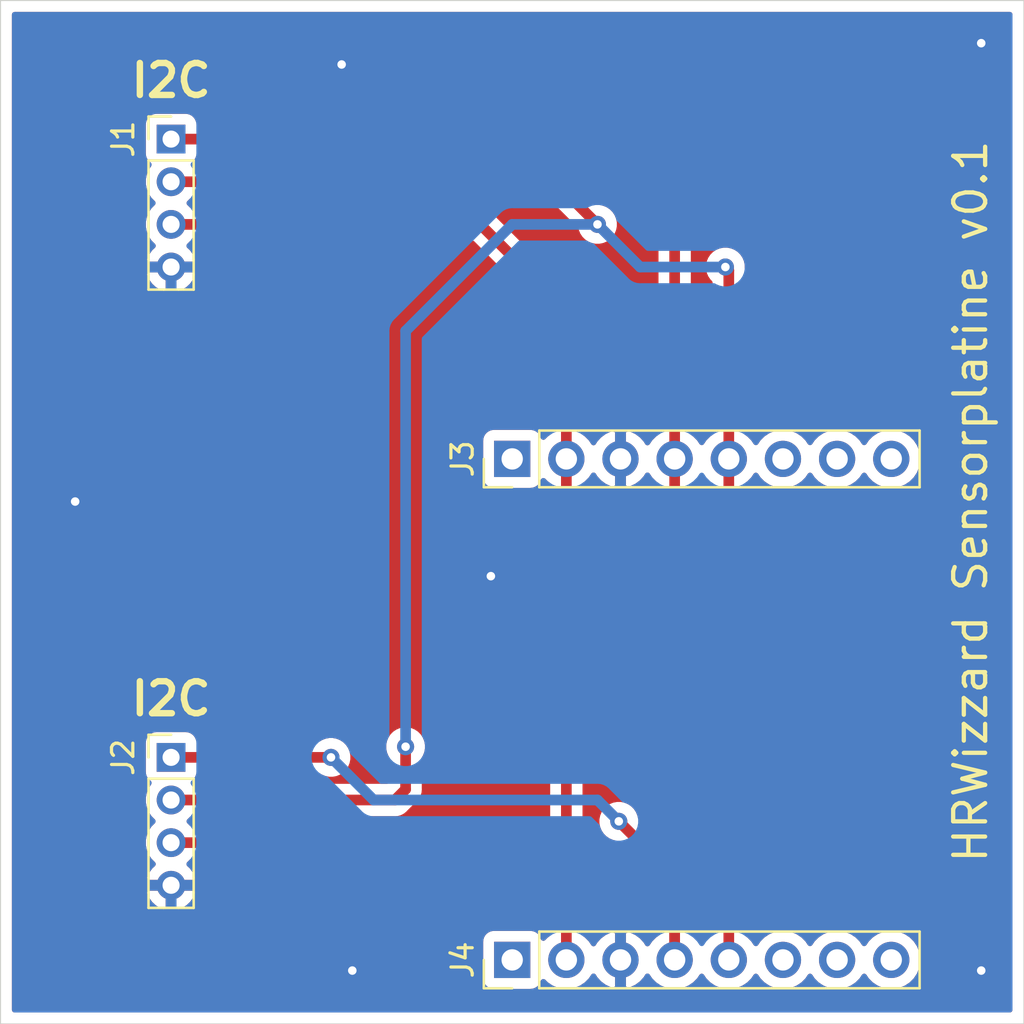
<source format=kicad_pcb>
(kicad_pcb (version 20171130) (host pcbnew "(5.1.10)-1")

  (general
    (thickness 1.6)
    (drawings 7)
    (tracks 45)
    (zones 0)
    (modules 4)
    (nets 5)
  )

  (page A4)
  (layers
    (0 F.Cu signal)
    (31 B.Cu signal)
    (32 B.Adhes user)
    (33 F.Adhes user)
    (34 B.Paste user)
    (35 F.Paste user)
    (36 B.SilkS user)
    (37 F.SilkS user)
    (38 B.Mask user)
    (39 F.Mask user)
    (40 Dwgs.User user)
    (41 Cmts.User user)
    (42 Eco1.User user)
    (43 Eco2.User user)
    (44 Edge.Cuts user)
    (45 Margin user)
    (46 B.CrtYd user)
    (47 F.CrtYd user)
    (48 B.Fab user)
    (49 F.Fab user)
  )

  (setup
    (last_trace_width 0.25)
    (user_trace_width 0.3)
    (user_trace_width 0.5)
    (trace_clearance 0.15)
    (zone_clearance 0.508)
    (zone_45_only no)
    (trace_min 0.2)
    (via_size 0.8)
    (via_drill 0.4)
    (via_min_size 0.4)
    (via_min_drill 0.3)
    (user_via 1 0.9)
    (uvia_size 0.3)
    (uvia_drill 0.1)
    (uvias_allowed no)
    (uvia_min_size 0.2)
    (uvia_min_drill 0.1)
    (edge_width 0.05)
    (segment_width 0.2)
    (pcb_text_width 0.3)
    (pcb_text_size 1.5 1.5)
    (mod_edge_width 0.12)
    (mod_text_size 1 1)
    (mod_text_width 0.15)
    (pad_size 1.524 1.524)
    (pad_drill 0.762)
    (pad_to_mask_clearance 0)
    (aux_axis_origin 0 0)
    (visible_elements 7FFFFFFF)
    (pcbplotparams
      (layerselection 0x010f0_ffffffff)
      (usegerberextensions false)
      (usegerberattributes true)
      (usegerberadvancedattributes true)
      (creategerberjobfile true)
      (excludeedgelayer true)
      (linewidth 0.100000)
      (plotframeref true)
      (viasonmask false)
      (mode 1)
      (useauxorigin false)
      (hpglpennumber 1)
      (hpglpenspeed 20)
      (hpglpendiameter 15.000000)
      (psnegative false)
      (psa4output false)
      (plotreference true)
      (plotvalue false)
      (plotinvisibletext false)
      (padsonsilk false)
      (subtractmaskfromsilk false)
      (outputformat 1)
      (mirror false)
      (drillshape 0)
      (scaleselection 1)
      (outputdirectory "gerber/"))
  )

  (net 0 "")
  (net 1 GND)
  (net 2 +3V3)
  (net 3 SDA)
  (net 4 SCL)

  (net_class Default "This is the default net class."
    (clearance 0.15)
    (trace_width 0.25)
    (via_dia 0.8)
    (via_drill 0.4)
    (uvia_dia 0.3)
    (uvia_drill 0.1)
    (add_net +3V3)
    (add_net GND)
    (add_net SCL)
    (add_net SDA)
  )

  (module Connector_PinHeader_2.54mm:PinHeader_1x08_P2.54mm_Vertical (layer F.Cu) (tedit 59FED5CC) (tstamp 617C0A8A)
    (at 137 113 90)
    (descr "Through hole straight pin header, 1x08, 2.54mm pitch, single row")
    (tags "Through hole pin header THT 1x08 2.54mm single row")
    (path /617DD905)
    (fp_text reference J4 (at 0 -2.33 90) (layer F.SilkS)
      (effects (font (size 1 1) (thickness 0.15)))
    )
    (fp_text value Conn_01x08_Female (at 2.75 12 180) (layer F.Fab)
      (effects (font (size 1 1) (thickness 0.15)))
    )
    (fp_line (start 1.8 -1.8) (end -1.8 -1.8) (layer F.CrtYd) (width 0.05))
    (fp_line (start 1.8 19.55) (end 1.8 -1.8) (layer F.CrtYd) (width 0.05))
    (fp_line (start -1.8 19.55) (end 1.8 19.55) (layer F.CrtYd) (width 0.05))
    (fp_line (start -1.8 -1.8) (end -1.8 19.55) (layer F.CrtYd) (width 0.05))
    (fp_line (start -1.33 -1.33) (end 0 -1.33) (layer F.SilkS) (width 0.12))
    (fp_line (start -1.33 0) (end -1.33 -1.33) (layer F.SilkS) (width 0.12))
    (fp_line (start -1.33 1.27) (end 1.33 1.27) (layer F.SilkS) (width 0.12))
    (fp_line (start 1.33 1.27) (end 1.33 19.11) (layer F.SilkS) (width 0.12))
    (fp_line (start -1.33 1.27) (end -1.33 19.11) (layer F.SilkS) (width 0.12))
    (fp_line (start -1.33 19.11) (end 1.33 19.11) (layer F.SilkS) (width 0.12))
    (fp_line (start -1.27 -0.635) (end -0.635 -1.27) (layer F.Fab) (width 0.1))
    (fp_line (start -1.27 19.05) (end -1.27 -0.635) (layer F.Fab) (width 0.1))
    (fp_line (start 1.27 19.05) (end -1.27 19.05) (layer F.Fab) (width 0.1))
    (fp_line (start 1.27 -1.27) (end 1.27 19.05) (layer F.Fab) (width 0.1))
    (fp_line (start -0.635 -1.27) (end 1.27 -1.27) (layer F.Fab) (width 0.1))
    (fp_text user %R (at 0 8.89) (layer F.Fab)
      (effects (font (size 1 1) (thickness 0.15)))
    )
    (pad 8 thru_hole oval (at 0 17.78 90) (size 1.7 1.7) (drill 1) (layers *.Cu *.Mask))
    (pad 7 thru_hole oval (at 0 15.24 90) (size 1.7 1.7) (drill 1) (layers *.Cu *.Mask))
    (pad 6 thru_hole oval (at 0 12.7 90) (size 1.7 1.7) (drill 1) (layers *.Cu *.Mask))
    (pad 5 thru_hole oval (at 0 10.16 90) (size 1.7 1.7) (drill 1) (layers *.Cu *.Mask)
      (net 3 SDA))
    (pad 4 thru_hole oval (at 0 7.62 90) (size 1.7 1.7) (drill 1) (layers *.Cu *.Mask)
      (net 4 SCL))
    (pad 3 thru_hole oval (at 0 5.08 90) (size 1.7 1.7) (drill 1) (layers *.Cu *.Mask)
      (net 1 GND))
    (pad 2 thru_hole oval (at 0 2.54 90) (size 1.7 1.7) (drill 1) (layers *.Cu *.Mask)
      (net 2 +3V3))
    (pad 1 thru_hole rect (at 0 0 90) (size 1.7 1.7) (drill 1) (layers *.Cu *.Mask))
    (model ${KISYS3DMOD}/Connector_PinHeader_2.54mm.3dshapes/PinHeader_1x08_P2.54mm_Vertical.wrl
      (at (xyz 0 0 0))
      (scale (xyz 1 1 1))
      (rotate (xyz 0 0 0))
    )
  )

  (module Connector_PinHeader_2.54mm:PinHeader_1x08_P2.54mm_Vertical (layer F.Cu) (tedit 59FED5CC) (tstamp 617C0A6E)
    (at 137 89.5 90)
    (descr "Through hole straight pin header, 1x08, 2.54mm pitch, single row")
    (tags "Through hole pin header THT 1x08 2.54mm single row")
    (path /617DBB4E)
    (fp_text reference J3 (at 0 -2.33 90) (layer F.SilkS)
      (effects (font (size 1 1) (thickness 0.15)))
    )
    (fp_text value Conn_01x08_Female (at 2.75 12 180) (layer F.Fab)
      (effects (font (size 1 1) (thickness 0.15)))
    )
    (fp_line (start 1.8 -1.8) (end -1.8 -1.8) (layer F.CrtYd) (width 0.05))
    (fp_line (start 1.8 19.55) (end 1.8 -1.8) (layer F.CrtYd) (width 0.05))
    (fp_line (start -1.8 19.55) (end 1.8 19.55) (layer F.CrtYd) (width 0.05))
    (fp_line (start -1.8 -1.8) (end -1.8 19.55) (layer F.CrtYd) (width 0.05))
    (fp_line (start -1.33 -1.33) (end 0 -1.33) (layer F.SilkS) (width 0.12))
    (fp_line (start -1.33 0) (end -1.33 -1.33) (layer F.SilkS) (width 0.12))
    (fp_line (start -1.33 1.27) (end 1.33 1.27) (layer F.SilkS) (width 0.12))
    (fp_line (start 1.33 1.27) (end 1.33 19.11) (layer F.SilkS) (width 0.12))
    (fp_line (start -1.33 1.27) (end -1.33 19.11) (layer F.SilkS) (width 0.12))
    (fp_line (start -1.33 19.11) (end 1.33 19.11) (layer F.SilkS) (width 0.12))
    (fp_line (start -1.27 -0.635) (end -0.635 -1.27) (layer F.Fab) (width 0.1))
    (fp_line (start -1.27 19.05) (end -1.27 -0.635) (layer F.Fab) (width 0.1))
    (fp_line (start 1.27 19.05) (end -1.27 19.05) (layer F.Fab) (width 0.1))
    (fp_line (start 1.27 -1.27) (end 1.27 19.05) (layer F.Fab) (width 0.1))
    (fp_line (start -0.635 -1.27) (end 1.27 -1.27) (layer F.Fab) (width 0.1))
    (fp_text user %R (at 0 8.89) (layer F.Fab)
      (effects (font (size 1 1) (thickness 0.15)))
    )
    (pad 8 thru_hole oval (at 0 17.78 90) (size 1.7 1.7) (drill 1) (layers *.Cu *.Mask))
    (pad 7 thru_hole oval (at 0 15.24 90) (size 1.7 1.7) (drill 1) (layers *.Cu *.Mask))
    (pad 6 thru_hole oval (at 0 12.7 90) (size 1.7 1.7) (drill 1) (layers *.Cu *.Mask))
    (pad 5 thru_hole oval (at 0 10.16 90) (size 1.7 1.7) (drill 1) (layers *.Cu *.Mask)
      (net 3 SDA))
    (pad 4 thru_hole oval (at 0 7.62 90) (size 1.7 1.7) (drill 1) (layers *.Cu *.Mask)
      (net 4 SCL))
    (pad 3 thru_hole oval (at 0 5.08 90) (size 1.7 1.7) (drill 1) (layers *.Cu *.Mask)
      (net 1 GND))
    (pad 2 thru_hole oval (at 0 2.54 90) (size 1.7 1.7) (drill 1) (layers *.Cu *.Mask)
      (net 2 +3V3))
    (pad 1 thru_hole rect (at 0 0 90) (size 1.7 1.7) (drill 1) (layers *.Cu *.Mask))
    (model ${KISYS3DMOD}/Connector_PinHeader_2.54mm.3dshapes/PinHeader_1x08_P2.54mm_Vertical.wrl
      (at (xyz 0 0 0))
      (scale (xyz 1 1 1))
      (rotate (xyz 0 0 0))
    )
  )

  (module Connector_PinHeader_2.00mm:PinHeader_1x04_P2.00mm_Vertical (layer F.Cu) (tedit 59FED667) (tstamp 61647E2A)
    (at 121 103.5)
    (descr "Through hole straight pin header, 1x04, 2.00mm pitch, single row")
    (tags "Through hole pin header THT 1x04 2.00mm single row")
    (path /616C45F3)
    (fp_text reference J2 (at -2.25 0 90) (layer F.SilkS)
      (effects (font (size 1 1) (thickness 0.15)))
    )
    (fp_text value Conn_01x04_Male (at 2.5 5.25 90) (layer F.Fab)
      (effects (font (size 1 1) (thickness 0.15)))
    )
    (fp_line (start 1.5 -1.5) (end -1.5 -1.5) (layer F.CrtYd) (width 0.05))
    (fp_line (start 1.5 7.5) (end 1.5 -1.5) (layer F.CrtYd) (width 0.05))
    (fp_line (start -1.5 7.5) (end 1.5 7.5) (layer F.CrtYd) (width 0.05))
    (fp_line (start -1.5 -1.5) (end -1.5 7.5) (layer F.CrtYd) (width 0.05))
    (fp_line (start -1.06 -1.06) (end 0 -1.06) (layer F.SilkS) (width 0.12))
    (fp_line (start -1.06 0) (end -1.06 -1.06) (layer F.SilkS) (width 0.12))
    (fp_line (start -1.06 1) (end 1.06 1) (layer F.SilkS) (width 0.12))
    (fp_line (start 1.06 1) (end 1.06 7.06) (layer F.SilkS) (width 0.12))
    (fp_line (start -1.06 1) (end -1.06 7.06) (layer F.SilkS) (width 0.12))
    (fp_line (start -1.06 7.06) (end 1.06 7.06) (layer F.SilkS) (width 0.12))
    (fp_line (start -1 -0.5) (end -0.5 -1) (layer F.Fab) (width 0.1))
    (fp_line (start -1 7) (end -1 -0.5) (layer F.Fab) (width 0.1))
    (fp_line (start 1 7) (end -1 7) (layer F.Fab) (width 0.1))
    (fp_line (start 1 -1) (end 1 7) (layer F.Fab) (width 0.1))
    (fp_line (start -0.5 -1) (end 1 -1) (layer F.Fab) (width 0.1))
    (fp_text user %R (at 0 3 90) (layer F.Fab)
      (effects (font (size 1 1) (thickness 0.15)))
    )
    (pad 4 thru_hole oval (at 0 6) (size 1.35 1.35) (drill 0.8) (layers *.Cu *.Mask)
      (net 1 GND))
    (pad 3 thru_hole oval (at 0 4) (size 1.35 1.35) (drill 0.8) (layers *.Cu *.Mask)
      (net 2 +3V3))
    (pad 2 thru_hole oval (at 0 2) (size 1.35 1.35) (drill 0.8) (layers *.Cu *.Mask)
      (net 3 SDA))
    (pad 1 thru_hole rect (at 0 0) (size 1.35 1.35) (drill 0.8) (layers *.Cu *.Mask)
      (net 4 SCL))
    (model ${KISYS3DMOD}/Connector_PinHeader_2.00mm.3dshapes/PinHeader_1x04_P2.00mm_Vertical.wrl
      (at (xyz 0 0 0))
      (scale (xyz 1 1 1))
      (rotate (xyz 0 0 0))
    )
  )

  (module Connector_PinHeader_2.00mm:PinHeader_1x04_P2.00mm_Vertical (layer F.Cu) (tedit 59FED667) (tstamp 61647D9D)
    (at 121 74.5)
    (descr "Through hole straight pin header, 1x04, 2.00mm pitch, single row")
    (tags "Through hole pin header THT 1x04 2.00mm single row")
    (path /6164BDB7)
    (fp_text reference J1 (at -2.25 0 90) (layer F.SilkS)
      (effects (font (size 1 1) (thickness 0.15)))
    )
    (fp_text value Conn_01x04_Male (at 2.5 5.25 90) (layer F.Fab)
      (effects (font (size 1 1) (thickness 0.15)))
    )
    (fp_line (start 1.5 -1.5) (end -1.5 -1.5) (layer F.CrtYd) (width 0.05))
    (fp_line (start 1.5 7.5) (end 1.5 -1.5) (layer F.CrtYd) (width 0.05))
    (fp_line (start -1.5 7.5) (end 1.5 7.5) (layer F.CrtYd) (width 0.05))
    (fp_line (start -1.5 -1.5) (end -1.5 7.5) (layer F.CrtYd) (width 0.05))
    (fp_line (start -1.06 -1.06) (end 0 -1.06) (layer F.SilkS) (width 0.12))
    (fp_line (start -1.06 0) (end -1.06 -1.06) (layer F.SilkS) (width 0.12))
    (fp_line (start -1.06 1) (end 1.06 1) (layer F.SilkS) (width 0.12))
    (fp_line (start 1.06 1) (end 1.06 7.06) (layer F.SilkS) (width 0.12))
    (fp_line (start -1.06 1) (end -1.06 7.06) (layer F.SilkS) (width 0.12))
    (fp_line (start -1.06 7.06) (end 1.06 7.06) (layer F.SilkS) (width 0.12))
    (fp_line (start -1 -0.5) (end -0.5 -1) (layer F.Fab) (width 0.1))
    (fp_line (start -1 7) (end -1 -0.5) (layer F.Fab) (width 0.1))
    (fp_line (start 1 7) (end -1 7) (layer F.Fab) (width 0.1))
    (fp_line (start 1 -1) (end 1 7) (layer F.Fab) (width 0.1))
    (fp_line (start -0.5 -1) (end 1 -1) (layer F.Fab) (width 0.1))
    (fp_text user %R (at 0 3 90) (layer F.Fab)
      (effects (font (size 1 1) (thickness 0.15)))
    )
    (pad 4 thru_hole oval (at 0 6) (size 1.35 1.35) (drill 0.8) (layers *.Cu *.Mask)
      (net 1 GND))
    (pad 3 thru_hole oval (at 0 4) (size 1.35 1.35) (drill 0.8) (layers *.Cu *.Mask)
      (net 2 +3V3))
    (pad 2 thru_hole oval (at 0 2) (size 1.35 1.35) (drill 0.8) (layers *.Cu *.Mask)
      (net 3 SDA))
    (pad 1 thru_hole rect (at 0 0) (size 1.35 1.35) (drill 0.8) (layers *.Cu *.Mask)
      (net 4 SCL))
    (model ${KISYS3DMOD}/Connector_PinHeader_2.00mm.3dshapes/PinHeader_1x04_P2.00mm_Vertical.wrl
      (at (xyz 0 0 0))
      (scale (xyz 1 1 1))
      (rotate (xyz 0 0 0))
    )
  )

  (gr_text "HRWizzard Sensorplatine v0.1" (at 158.5 91.5 90) (layer F.SilkS)
    (effects (font (size 1.5 1.5) (thickness 0.2)))
  )
  (gr_text I2C (at 121 100.75) (layer F.SilkS) (tstamp 617C0EE4)
    (effects (font (size 1.5 1.5) (thickness 0.3)))
  )
  (gr_text I2C (at 121 71.75) (layer F.SilkS)
    (effects (font (size 1.5 1.5) (thickness 0.3)))
  )
  (gr_line (start 161 68) (end 161 116) (layer Edge.Cuts) (width 0.05) (tstamp 616EE539))
  (gr_line (start 113 68) (end 161 68) (layer Edge.Cuts) (width 0.05))
  (gr_line (start 113 116) (end 113 68) (layer Edge.Cuts) (width 0.05))
  (gr_line (start 161 116) (end 113 116) (layer Edge.Cuts) (width 0.05))

  (via (at 159 70) (size 0.8) (drill 0.4) (layers F.Cu B.Cu) (net 1))
  (via (at 159 113.5) (size 0.8) (drill 0.4) (layers F.Cu B.Cu) (net 1))
  (via (at 129.5 113.5) (size 0.8) (drill 0.4) (layers F.Cu B.Cu) (net 1))
  (via (at 116.5 91.5) (size 0.8) (drill 0.4) (layers F.Cu B.Cu) (net 1))
  (via (at 129 71) (size 0.8) (drill 0.4) (layers F.Cu B.Cu) (net 1))
  (via (at 136 95) (size 0.8) (drill 0.4) (layers F.Cu B.Cu) (net 1))
  (segment (start 137.5 107.5) (end 139.54 109.54) (width 0.5) (layer F.Cu) (net 2))
  (segment (start 123.85 107.5) (end 137.5 107.5) (width 0.5) (layer F.Cu) (net 2))
  (segment (start 139.54 109.54) (end 139.54 113) (width 0.5) (layer F.Cu) (net 2))
  (segment (start 123.85 78.5) (end 121 78.5) (width 0.5) (layer F.Cu) (net 2))
  (segment (start 135.5 78.5) (end 123.85 78.5) (width 0.5) (layer F.Cu) (net 2))
  (segment (start 139.54 82.54) (end 135.5 78.5) (width 0.5) (layer F.Cu) (net 2))
  (segment (start 139.54 109.54) (end 139.54 82.54) (width 0.5) (layer F.Cu) (net 2))
  (segment (start 123.85 107.5) (end 121 107.5) (width 0.5) (layer F.Cu) (net 2))
  (via (at 141 78.5) (size 0.8) (drill 0.4) (layers F.Cu B.Cu) (net 3) (status 1000000))
  (segment (start 139 76.5) (end 141 78.5) (width 0.5) (layer F.Cu) (net 3))
  (segment (start 123.85 76.5) (end 139 76.5) (width 0.5) (layer F.Cu) (net 3))
  (via (at 147 80.5) (size 0.8) (drill 0.4) (layers F.Cu B.Cu) (net 3))
  (segment (start 143 80.5) (end 147 80.5) (width 0.5) (layer B.Cu) (net 3))
  (segment (start 141 78.5) (end 143 80.5) (width 0.5) (layer B.Cu) (net 3))
  (segment (start 147.16 80.66) (end 147 80.5) (width 0.5) (layer F.Cu) (net 3))
  (segment (start 147.16 87.5) (end 147.16 80.66) (width 0.5) (layer F.Cu) (net 3))
  (segment (start 147.16 87.5) (end 147.16 113) (width 0.5) (layer F.Cu) (net 3))
  (segment (start 141 78.5) (end 137 78.5) (width 0.5) (layer B.Cu) (net 3))
  (via (at 132 103) (size 0.8) (drill 0.4) (layers F.Cu B.Cu) (net 3))
  (segment (start 132 83.5) (end 132 103) (width 0.5) (layer B.Cu) (net 3))
  (segment (start 137 78.5) (end 132 83.5) (width 0.5) (layer B.Cu) (net 3))
  (segment (start 132 103) (end 132 105) (width 0.5) (layer F.Cu) (net 3))
  (segment (start 131.5 105.5) (end 132 105) (width 0.5) (layer F.Cu) (net 3))
  (segment (start 123.85 105.5) (end 131.5 105.5) (width 0.5) (layer F.Cu) (net 3))
  (segment (start 123.85 76.5) (end 121 76.5) (width 0.5) (layer F.Cu) (net 3))
  (segment (start 123.85 105.5) (end 121 105.5) (width 0.5) (layer F.Cu) (net 3))
  (segment (start 144.62 113) (end 144.62 109.12) (width 0.5) (layer F.Cu) (net 4))
  (via (at 142 106.5) (size 0.8) (drill 0.4) (layers F.Cu B.Cu) (net 4))
  (segment (start 144.62 109.12) (end 142 106.5) (width 0.5) (layer F.Cu) (net 4))
  (segment (start 142 106.5) (end 141 105.5) (width 0.5) (layer B.Cu) (net 4))
  (via (at 128.5 103.5) (size 0.8) (drill 0.4) (layers F.Cu B.Cu) (net 4))
  (segment (start 130.5 105.5) (end 128.5 103.5) (width 0.5) (layer B.Cu) (net 4))
  (segment (start 141 105.5) (end 130.5 105.5) (width 0.5) (layer B.Cu) (net 4))
  (segment (start 128.5 103.5) (end 123.85 103.5) (width 0.5) (layer F.Cu) (net 4))
  (segment (start 123.85 74.5) (end 121 74.5) (width 0.5) (layer F.Cu) (net 4))
  (segment (start 144.62 78.62) (end 140.5 74.5) (width 0.5) (layer F.Cu) (net 4))
  (segment (start 140.5 74.5) (end 123.85 74.5) (width 0.5) (layer F.Cu) (net 4))
  (segment (start 144.62 113) (end 144.62 78.62) (width 0.5) (layer F.Cu) (net 4))
  (segment (start 123.85 103.5) (end 121 103.5) (width 0.5) (layer F.Cu) (net 4))

  (zone (net 1) (net_name GND) (layer B.Cu) (tstamp 618E322D) (hatch edge 0.508)
    (connect_pads (clearance 0.508))
    (min_thickness 0.254)
    (fill yes (arc_segments 32) (thermal_gap 0.508) (thermal_bridge_width 0.508))
    (polygon
      (pts
        (xy 161 116) (xy 113 116) (xy 113 68) (xy 161 68)
      )
    )
    (filled_polygon
      (pts
        (xy 160.340001 115.34) (xy 113.66 115.34) (xy 113.66 112.15) (xy 135.511928 112.15) (xy 135.511928 113.85)
        (xy 135.524188 113.974482) (xy 135.560498 114.09418) (xy 135.619463 114.204494) (xy 135.698815 114.301185) (xy 135.795506 114.380537)
        (xy 135.90582 114.439502) (xy 136.025518 114.475812) (xy 136.15 114.488072) (xy 137.85 114.488072) (xy 137.974482 114.475812)
        (xy 138.09418 114.439502) (xy 138.204494 114.380537) (xy 138.301185 114.301185) (xy 138.380537 114.204494) (xy 138.439502 114.09418)
        (xy 138.461513 114.02162) (xy 138.593368 114.153475) (xy 138.836589 114.31599) (xy 139.106842 114.427932) (xy 139.39374 114.485)
        (xy 139.68626 114.485) (xy 139.973158 114.427932) (xy 140.243411 114.31599) (xy 140.486632 114.153475) (xy 140.693475 113.946632)
        (xy 140.815195 113.764466) (xy 140.884822 113.881355) (xy 141.079731 114.097588) (xy 141.31308 114.271641) (xy 141.575901 114.396825)
        (xy 141.72311 114.441476) (xy 141.953 114.320155) (xy 141.953 113.127) (xy 141.933 113.127) (xy 141.933 112.873)
        (xy 141.953 112.873) (xy 141.953 111.679845) (xy 142.207 111.679845) (xy 142.207 112.873) (xy 142.227 112.873)
        (xy 142.227 113.127) (xy 142.207 113.127) (xy 142.207 114.320155) (xy 142.43689 114.441476) (xy 142.584099 114.396825)
        (xy 142.84692 114.271641) (xy 143.080269 114.097588) (xy 143.275178 113.881355) (xy 143.344805 113.764466) (xy 143.466525 113.946632)
        (xy 143.673368 114.153475) (xy 143.916589 114.31599) (xy 144.186842 114.427932) (xy 144.47374 114.485) (xy 144.76626 114.485)
        (xy 145.053158 114.427932) (xy 145.323411 114.31599) (xy 145.566632 114.153475) (xy 145.773475 113.946632) (xy 145.89 113.77224)
        (xy 146.006525 113.946632) (xy 146.213368 114.153475) (xy 146.456589 114.31599) (xy 146.726842 114.427932) (xy 147.01374 114.485)
        (xy 147.30626 114.485) (xy 147.593158 114.427932) (xy 147.863411 114.31599) (xy 148.106632 114.153475) (xy 148.313475 113.946632)
        (xy 148.43 113.77224) (xy 148.546525 113.946632) (xy 148.753368 114.153475) (xy 148.996589 114.31599) (xy 149.266842 114.427932)
        (xy 149.55374 114.485) (xy 149.84626 114.485) (xy 150.133158 114.427932) (xy 150.403411 114.31599) (xy 150.646632 114.153475)
        (xy 150.853475 113.946632) (xy 150.97 113.77224) (xy 151.086525 113.946632) (xy 151.293368 114.153475) (xy 151.536589 114.31599)
        (xy 151.806842 114.427932) (xy 152.09374 114.485) (xy 152.38626 114.485) (xy 152.673158 114.427932) (xy 152.943411 114.31599)
        (xy 153.186632 114.153475) (xy 153.393475 113.946632) (xy 153.51 113.77224) (xy 153.626525 113.946632) (xy 153.833368 114.153475)
        (xy 154.076589 114.31599) (xy 154.346842 114.427932) (xy 154.63374 114.485) (xy 154.92626 114.485) (xy 155.213158 114.427932)
        (xy 155.483411 114.31599) (xy 155.726632 114.153475) (xy 155.933475 113.946632) (xy 156.09599 113.703411) (xy 156.207932 113.433158)
        (xy 156.265 113.14626) (xy 156.265 112.85374) (xy 156.207932 112.566842) (xy 156.09599 112.296589) (xy 155.933475 112.053368)
        (xy 155.726632 111.846525) (xy 155.483411 111.68401) (xy 155.213158 111.572068) (xy 154.92626 111.515) (xy 154.63374 111.515)
        (xy 154.346842 111.572068) (xy 154.076589 111.68401) (xy 153.833368 111.846525) (xy 153.626525 112.053368) (xy 153.51 112.22776)
        (xy 153.393475 112.053368) (xy 153.186632 111.846525) (xy 152.943411 111.68401) (xy 152.673158 111.572068) (xy 152.38626 111.515)
        (xy 152.09374 111.515) (xy 151.806842 111.572068) (xy 151.536589 111.68401) (xy 151.293368 111.846525) (xy 151.086525 112.053368)
        (xy 150.97 112.22776) (xy 150.853475 112.053368) (xy 150.646632 111.846525) (xy 150.403411 111.68401) (xy 150.133158 111.572068)
        (xy 149.84626 111.515) (xy 149.55374 111.515) (xy 149.266842 111.572068) (xy 148.996589 111.68401) (xy 148.753368 111.846525)
        (xy 148.546525 112.053368) (xy 148.43 112.22776) (xy 148.313475 112.053368) (xy 148.106632 111.846525) (xy 147.863411 111.68401)
        (xy 147.593158 111.572068) (xy 147.30626 111.515) (xy 147.01374 111.515) (xy 146.726842 111.572068) (xy 146.456589 111.68401)
        (xy 146.213368 111.846525) (xy 146.006525 112.053368) (xy 145.89 112.22776) (xy 145.773475 112.053368) (xy 145.566632 111.846525)
        (xy 145.323411 111.68401) (xy 145.053158 111.572068) (xy 144.76626 111.515) (xy 144.47374 111.515) (xy 144.186842 111.572068)
        (xy 143.916589 111.68401) (xy 143.673368 111.846525) (xy 143.466525 112.053368) (xy 143.344805 112.235534) (xy 143.275178 112.118645)
        (xy 143.080269 111.902412) (xy 142.84692 111.728359) (xy 142.584099 111.603175) (xy 142.43689 111.558524) (xy 142.207 111.679845)
        (xy 141.953 111.679845) (xy 141.72311 111.558524) (xy 141.575901 111.603175) (xy 141.31308 111.728359) (xy 141.079731 111.902412)
        (xy 140.884822 112.118645) (xy 140.815195 112.235534) (xy 140.693475 112.053368) (xy 140.486632 111.846525) (xy 140.243411 111.68401)
        (xy 139.973158 111.572068) (xy 139.68626 111.515) (xy 139.39374 111.515) (xy 139.106842 111.572068) (xy 138.836589 111.68401)
        (xy 138.593368 111.846525) (xy 138.461513 111.97838) (xy 138.439502 111.90582) (xy 138.380537 111.795506) (xy 138.301185 111.698815)
        (xy 138.204494 111.619463) (xy 138.09418 111.560498) (xy 137.974482 111.524188) (xy 137.85 111.511928) (xy 136.15 111.511928)
        (xy 136.025518 111.524188) (xy 135.90582 111.560498) (xy 135.795506 111.619463) (xy 135.698815 111.698815) (xy 135.619463 111.795506)
        (xy 135.560498 111.90582) (xy 135.524188 112.025518) (xy 135.511928 112.15) (xy 113.66 112.15) (xy 113.66 109.8294)
        (xy 119.73209 109.8294) (xy 119.762762 109.930528) (xy 119.870527 110.163629) (xy 120.021697 110.371227) (xy 120.210463 110.545344)
        (xy 120.42957 110.679289) (xy 120.670599 110.767915) (xy 120.873 110.645085) (xy 120.873 109.627) (xy 121.127 109.627)
        (xy 121.127 110.645085) (xy 121.329401 110.767915) (xy 121.57043 110.679289) (xy 121.789537 110.545344) (xy 121.978303 110.371227)
        (xy 122.129473 110.163629) (xy 122.237238 109.930528) (xy 122.26791 109.8294) (xy 122.144224 109.627) (xy 121.127 109.627)
        (xy 120.873 109.627) (xy 119.855776 109.627) (xy 119.73209 109.8294) (xy 113.66 109.8294) (xy 113.66 102.825)
        (xy 119.686928 102.825) (xy 119.686928 104.175) (xy 119.699188 104.299482) (xy 119.735498 104.41918) (xy 119.794463 104.529494)
        (xy 119.873815 104.626185) (xy 119.960697 104.697487) (xy 119.839093 104.879482) (xy 119.740342 105.117887) (xy 119.69 105.370976)
        (xy 119.69 105.629024) (xy 119.740342 105.882113) (xy 119.839093 106.120518) (xy 119.982456 106.335077) (xy 120.147379 106.5)
        (xy 119.982456 106.664923) (xy 119.839093 106.879482) (xy 119.740342 107.117887) (xy 119.69 107.370976) (xy 119.69 107.629024)
        (xy 119.740342 107.882113) (xy 119.839093 108.120518) (xy 119.982456 108.335077) (xy 120.15406 108.506681) (xy 120.021697 108.628773)
        (xy 119.870527 108.836371) (xy 119.762762 109.069472) (xy 119.73209 109.1706) (xy 119.855776 109.373) (xy 120.873 109.373)
        (xy 120.873 109.353) (xy 121.127 109.353) (xy 121.127 109.373) (xy 122.144224 109.373) (xy 122.26791 109.1706)
        (xy 122.237238 109.069472) (xy 122.129473 108.836371) (xy 121.978303 108.628773) (xy 121.84594 108.506681) (xy 122.017544 108.335077)
        (xy 122.160907 108.120518) (xy 122.259658 107.882113) (xy 122.31 107.629024) (xy 122.31 107.370976) (xy 122.259658 107.117887)
        (xy 122.160907 106.879482) (xy 122.017544 106.664923) (xy 121.852621 106.5) (xy 122.017544 106.335077) (xy 122.160907 106.120518)
        (xy 122.259658 105.882113) (xy 122.31 105.629024) (xy 122.31 105.370976) (xy 122.259658 105.117887) (xy 122.160907 104.879482)
        (xy 122.039303 104.697487) (xy 122.126185 104.626185) (xy 122.205537 104.529494) (xy 122.264502 104.41918) (xy 122.300812 104.299482)
        (xy 122.313072 104.175) (xy 122.313072 103.398061) (xy 127.465 103.398061) (xy 127.465 103.601939) (xy 127.504774 103.801898)
        (xy 127.582795 103.990256) (xy 127.696063 104.159774) (xy 127.840226 104.303937) (xy 128.009744 104.417205) (xy 128.198102 104.495226)
        (xy 128.254957 104.506535) (xy 129.84347 106.095049) (xy 129.871183 106.128817) (xy 129.904951 106.15653) (xy 129.904953 106.156532)
        (xy 129.945734 106.19) (xy 130.005941 106.239411) (xy 130.159687 106.321589) (xy 130.32651 106.372195) (xy 130.456523 106.385)
        (xy 130.456533 106.385) (xy 130.499999 106.389281) (xy 130.543465 106.385) (xy 140.633422 106.385) (xy 140.993465 106.745044)
        (xy 141.004774 106.801898) (xy 141.082795 106.990256) (xy 141.196063 107.159774) (xy 141.340226 107.303937) (xy 141.509744 107.417205)
        (xy 141.698102 107.495226) (xy 141.898061 107.535) (xy 142.101939 107.535) (xy 142.301898 107.495226) (xy 142.490256 107.417205)
        (xy 142.659774 107.303937) (xy 142.803937 107.159774) (xy 142.917205 106.990256) (xy 142.995226 106.801898) (xy 143.035 106.601939)
        (xy 143.035 106.398061) (xy 142.995226 106.198102) (xy 142.917205 106.009744) (xy 142.803937 105.840226) (xy 142.659774 105.696063)
        (xy 142.490256 105.582795) (xy 142.301898 105.504774) (xy 142.245044 105.493465) (xy 141.656534 104.904956) (xy 141.628817 104.871183)
        (xy 141.494059 104.760589) (xy 141.340313 104.678411) (xy 141.17349 104.627805) (xy 141.043477 104.615) (xy 141.043469 104.615)
        (xy 141 104.610719) (xy 140.956531 104.615) (xy 130.866579 104.615) (xy 129.506535 103.254957) (xy 129.495226 103.198102)
        (xy 129.417205 103.009744) (xy 129.342582 102.898061) (xy 130.965 102.898061) (xy 130.965 103.101939) (xy 131.004774 103.301898)
        (xy 131.082795 103.490256) (xy 131.196063 103.659774) (xy 131.340226 103.803937) (xy 131.509744 103.917205) (xy 131.698102 103.995226)
        (xy 131.898061 104.035) (xy 132.101939 104.035) (xy 132.301898 103.995226) (xy 132.490256 103.917205) (xy 132.659774 103.803937)
        (xy 132.803937 103.659774) (xy 132.917205 103.490256) (xy 132.995226 103.301898) (xy 133.035 103.101939) (xy 133.035 102.898061)
        (xy 132.995226 102.698102) (xy 132.917205 102.509744) (xy 132.885 102.461546) (xy 132.885 88.65) (xy 135.511928 88.65)
        (xy 135.511928 90.35) (xy 135.524188 90.474482) (xy 135.560498 90.59418) (xy 135.619463 90.704494) (xy 135.698815 90.801185)
        (xy 135.795506 90.880537) (xy 135.90582 90.939502) (xy 136.025518 90.975812) (xy 136.15 90.988072) (xy 137.85 90.988072)
        (xy 137.974482 90.975812) (xy 138.09418 90.939502) (xy 138.204494 90.880537) (xy 138.301185 90.801185) (xy 138.380537 90.704494)
        (xy 138.439502 90.59418) (xy 138.461513 90.52162) (xy 138.593368 90.653475) (xy 138.836589 90.81599) (xy 139.106842 90.927932)
        (xy 139.39374 90.985) (xy 139.68626 90.985) (xy 139.973158 90.927932) (xy 140.243411 90.81599) (xy 140.486632 90.653475)
        (xy 140.693475 90.446632) (xy 140.815195 90.264466) (xy 140.884822 90.381355) (xy 141.079731 90.597588) (xy 141.31308 90.771641)
        (xy 141.575901 90.896825) (xy 141.72311 90.941476) (xy 141.953 90.820155) (xy 141.953 89.627) (xy 141.933 89.627)
        (xy 141.933 89.373) (xy 141.953 89.373) (xy 141.953 88.179845) (xy 142.207 88.179845) (xy 142.207 89.373)
        (xy 142.227 89.373) (xy 142.227 89.627) (xy 142.207 89.627) (xy 142.207 90.820155) (xy 142.43689 90.941476)
        (xy 142.584099 90.896825) (xy 142.84692 90.771641) (xy 143.080269 90.597588) (xy 143.275178 90.381355) (xy 143.344805 90.264466)
        (xy 143.466525 90.446632) (xy 143.673368 90.653475) (xy 143.916589 90.81599) (xy 144.186842 90.927932) (xy 144.47374 90.985)
        (xy 144.76626 90.985) (xy 145.053158 90.927932) (xy 145.323411 90.81599) (xy 145.566632 90.653475) (xy 145.773475 90.446632)
        (xy 145.89 90.27224) (xy 146.006525 90.446632) (xy 146.213368 90.653475) (xy 146.456589 90.81599) (xy 146.726842 90.927932)
        (xy 147.01374 90.985) (xy 147.30626 90.985) (xy 147.593158 90.927932) (xy 147.863411 90.81599) (xy 148.106632 90.653475)
        (xy 148.313475 90.446632) (xy 148.43 90.27224) (xy 148.546525 90.446632) (xy 148.753368 90.653475) (xy 148.996589 90.81599)
        (xy 149.266842 90.927932) (xy 149.55374 90.985) (xy 149.84626 90.985) (xy 150.133158 90.927932) (xy 150.403411 90.81599)
        (xy 150.646632 90.653475) (xy 150.853475 90.446632) (xy 150.97 90.27224) (xy 151.086525 90.446632) (xy 151.293368 90.653475)
        (xy 151.536589 90.81599) (xy 151.806842 90.927932) (xy 152.09374 90.985) (xy 152.38626 90.985) (xy 152.673158 90.927932)
        (xy 152.943411 90.81599) (xy 153.186632 90.653475) (xy 153.393475 90.446632) (xy 153.51 90.27224) (xy 153.626525 90.446632)
        (xy 153.833368 90.653475) (xy 154.076589 90.81599) (xy 154.346842 90.927932) (xy 154.63374 90.985) (xy 154.92626 90.985)
        (xy 155.213158 90.927932) (xy 155.483411 90.81599) (xy 155.726632 90.653475) (xy 155.933475 90.446632) (xy 156.09599 90.203411)
        (xy 156.207932 89.933158) (xy 156.265 89.64626) (xy 156.265 89.35374) (xy 156.207932 89.066842) (xy 156.09599 88.796589)
        (xy 155.933475 88.553368) (xy 155.726632 88.346525) (xy 155.483411 88.18401) (xy 155.213158 88.072068) (xy 154.92626 88.015)
        (xy 154.63374 88.015) (xy 154.346842 88.072068) (xy 154.076589 88.18401) (xy 153.833368 88.346525) (xy 153.626525 88.553368)
        (xy 153.51 88.72776) (xy 153.393475 88.553368) (xy 153.186632 88.346525) (xy 152.943411 88.18401) (xy 152.673158 88.072068)
        (xy 152.38626 88.015) (xy 152.09374 88.015) (xy 151.806842 88.072068) (xy 151.536589 88.18401) (xy 151.293368 88.346525)
        (xy 151.086525 88.553368) (xy 150.97 88.72776) (xy 150.853475 88.553368) (xy 150.646632 88.346525) (xy 150.403411 88.18401)
        (xy 150.133158 88.072068) (xy 149.84626 88.015) (xy 149.55374 88.015) (xy 149.266842 88.072068) (xy 148.996589 88.18401)
        (xy 148.753368 88.346525) (xy 148.546525 88.553368) (xy 148.43 88.72776) (xy 148.313475 88.553368) (xy 148.106632 88.346525)
        (xy 147.863411 88.18401) (xy 147.593158 88.072068) (xy 147.30626 88.015) (xy 147.01374 88.015) (xy 146.726842 88.072068)
        (xy 146.456589 88.18401) (xy 146.213368 88.346525) (xy 146.006525 88.553368) (xy 145.89 88.72776) (xy 145.773475 88.553368)
        (xy 145.566632 88.346525) (xy 145.323411 88.18401) (xy 145.053158 88.072068) (xy 144.76626 88.015) (xy 144.47374 88.015)
        (xy 144.186842 88.072068) (xy 143.916589 88.18401) (xy 143.673368 88.346525) (xy 143.466525 88.553368) (xy 143.344805 88.735534)
        (xy 143.275178 88.618645) (xy 143.080269 88.402412) (xy 142.84692 88.228359) (xy 142.584099 88.103175) (xy 142.43689 88.058524)
        (xy 142.207 88.179845) (xy 141.953 88.179845) (xy 141.72311 88.058524) (xy 141.575901 88.103175) (xy 141.31308 88.228359)
        (xy 141.079731 88.402412) (xy 140.884822 88.618645) (xy 140.815195 88.735534) (xy 140.693475 88.553368) (xy 140.486632 88.346525)
        (xy 140.243411 88.18401) (xy 139.973158 88.072068) (xy 139.68626 88.015) (xy 139.39374 88.015) (xy 139.106842 88.072068)
        (xy 138.836589 88.18401) (xy 138.593368 88.346525) (xy 138.461513 88.47838) (xy 138.439502 88.40582) (xy 138.380537 88.295506)
        (xy 138.301185 88.198815) (xy 138.204494 88.119463) (xy 138.09418 88.060498) (xy 137.974482 88.024188) (xy 137.85 88.011928)
        (xy 136.15 88.011928) (xy 136.025518 88.024188) (xy 135.90582 88.060498) (xy 135.795506 88.119463) (xy 135.698815 88.198815)
        (xy 135.619463 88.295506) (xy 135.560498 88.40582) (xy 135.524188 88.525518) (xy 135.511928 88.65) (xy 132.885 88.65)
        (xy 132.885 83.866578) (xy 137.366579 79.385) (xy 140.461546 79.385) (xy 140.509744 79.417205) (xy 140.698102 79.495226)
        (xy 140.754957 79.506535) (xy 142.34347 81.095049) (xy 142.371183 81.128817) (xy 142.404951 81.15653) (xy 142.404953 81.156532)
        (xy 142.413601 81.163629) (xy 142.505941 81.239411) (xy 142.659687 81.321589) (xy 142.82651 81.372195) (xy 142.956523 81.385)
        (xy 142.956533 81.385) (xy 142.999999 81.389281) (xy 143.043465 81.385) (xy 146.461546 81.385) (xy 146.509744 81.417205)
        (xy 146.698102 81.495226) (xy 146.898061 81.535) (xy 147.101939 81.535) (xy 147.301898 81.495226) (xy 147.490256 81.417205)
        (xy 147.659774 81.303937) (xy 147.803937 81.159774) (xy 147.917205 80.990256) (xy 147.995226 80.801898) (xy 148.035 80.601939)
        (xy 148.035 80.398061) (xy 147.995226 80.198102) (xy 147.917205 80.009744) (xy 147.803937 79.840226) (xy 147.659774 79.696063)
        (xy 147.490256 79.582795) (xy 147.301898 79.504774) (xy 147.101939 79.465) (xy 146.898061 79.465) (xy 146.698102 79.504774)
        (xy 146.509744 79.582795) (xy 146.461546 79.615) (xy 143.366579 79.615) (xy 142.006535 78.254957) (xy 141.995226 78.198102)
        (xy 141.917205 78.009744) (xy 141.803937 77.840226) (xy 141.659774 77.696063) (xy 141.490256 77.582795) (xy 141.301898 77.504774)
        (xy 141.101939 77.465) (xy 140.898061 77.465) (xy 140.698102 77.504774) (xy 140.509744 77.582795) (xy 140.461546 77.615)
        (xy 137.043469 77.615) (xy 137 77.610719) (xy 136.956531 77.615) (xy 136.956523 77.615) (xy 136.82651 77.627805)
        (xy 136.659687 77.678411) (xy 136.507683 77.759658) (xy 136.505941 77.760589) (xy 136.404953 77.843468) (xy 136.404951 77.84347)
        (xy 136.371183 77.871183) (xy 136.34347 77.904951) (xy 131.404956 82.843466) (xy 131.371183 82.871183) (xy 131.260589 83.005942)
        (xy 131.178411 83.159688) (xy 131.127805 83.326511) (xy 131.115 83.456524) (xy 131.115 83.456531) (xy 131.110719 83.5)
        (xy 131.115 83.543469) (xy 131.115001 102.461544) (xy 131.082795 102.509744) (xy 131.004774 102.698102) (xy 130.965 102.898061)
        (xy 129.342582 102.898061) (xy 129.303937 102.840226) (xy 129.159774 102.696063) (xy 128.990256 102.582795) (xy 128.801898 102.504774)
        (xy 128.601939 102.465) (xy 128.398061 102.465) (xy 128.198102 102.504774) (xy 128.009744 102.582795) (xy 127.840226 102.696063)
        (xy 127.696063 102.840226) (xy 127.582795 103.009744) (xy 127.504774 103.198102) (xy 127.465 103.398061) (xy 122.313072 103.398061)
        (xy 122.313072 102.825) (xy 122.300812 102.700518) (xy 122.264502 102.58082) (xy 122.205537 102.470506) (xy 122.126185 102.373815)
        (xy 122.029494 102.294463) (xy 121.91918 102.235498) (xy 121.799482 102.199188) (xy 121.675 102.186928) (xy 120.325 102.186928)
        (xy 120.200518 102.199188) (xy 120.08082 102.235498) (xy 119.970506 102.294463) (xy 119.873815 102.373815) (xy 119.794463 102.470506)
        (xy 119.735498 102.58082) (xy 119.699188 102.700518) (xy 119.686928 102.825) (xy 113.66 102.825) (xy 113.66 80.8294)
        (xy 119.73209 80.8294) (xy 119.762762 80.930528) (xy 119.870527 81.163629) (xy 120.021697 81.371227) (xy 120.210463 81.545344)
        (xy 120.42957 81.679289) (xy 120.670599 81.767915) (xy 120.873 81.645085) (xy 120.873 80.627) (xy 121.127 80.627)
        (xy 121.127 81.645085) (xy 121.329401 81.767915) (xy 121.57043 81.679289) (xy 121.789537 81.545344) (xy 121.978303 81.371227)
        (xy 122.129473 81.163629) (xy 122.237238 80.930528) (xy 122.26791 80.8294) (xy 122.144224 80.627) (xy 121.127 80.627)
        (xy 120.873 80.627) (xy 119.855776 80.627) (xy 119.73209 80.8294) (xy 113.66 80.8294) (xy 113.66 73.825)
        (xy 119.686928 73.825) (xy 119.686928 75.175) (xy 119.699188 75.299482) (xy 119.735498 75.41918) (xy 119.794463 75.529494)
        (xy 119.873815 75.626185) (xy 119.960697 75.697487) (xy 119.839093 75.879482) (xy 119.740342 76.117887) (xy 119.69 76.370976)
        (xy 119.69 76.629024) (xy 119.740342 76.882113) (xy 119.839093 77.120518) (xy 119.982456 77.335077) (xy 120.147379 77.5)
        (xy 119.982456 77.664923) (xy 119.839093 77.879482) (xy 119.740342 78.117887) (xy 119.69 78.370976) (xy 119.69 78.629024)
        (xy 119.740342 78.882113) (xy 119.839093 79.120518) (xy 119.982456 79.335077) (xy 120.15406 79.506681) (xy 120.021697 79.628773)
        (xy 119.870527 79.836371) (xy 119.762762 80.069472) (xy 119.73209 80.1706) (xy 119.855776 80.373) (xy 120.873 80.373)
        (xy 120.873 80.353) (xy 121.127 80.353) (xy 121.127 80.373) (xy 122.144224 80.373) (xy 122.26791 80.1706)
        (xy 122.237238 80.069472) (xy 122.129473 79.836371) (xy 121.978303 79.628773) (xy 121.84594 79.506681) (xy 122.017544 79.335077)
        (xy 122.160907 79.120518) (xy 122.259658 78.882113) (xy 122.31 78.629024) (xy 122.31 78.370976) (xy 122.259658 78.117887)
        (xy 122.160907 77.879482) (xy 122.017544 77.664923) (xy 121.852621 77.5) (xy 122.017544 77.335077) (xy 122.160907 77.120518)
        (xy 122.259658 76.882113) (xy 122.31 76.629024) (xy 122.31 76.370976) (xy 122.259658 76.117887) (xy 122.160907 75.879482)
        (xy 122.039303 75.697487) (xy 122.126185 75.626185) (xy 122.205537 75.529494) (xy 122.264502 75.41918) (xy 122.300812 75.299482)
        (xy 122.313072 75.175) (xy 122.313072 73.825) (xy 122.300812 73.700518) (xy 122.264502 73.58082) (xy 122.205537 73.470506)
        (xy 122.126185 73.373815) (xy 122.029494 73.294463) (xy 121.91918 73.235498) (xy 121.799482 73.199188) (xy 121.675 73.186928)
        (xy 120.325 73.186928) (xy 120.200518 73.199188) (xy 120.08082 73.235498) (xy 119.970506 73.294463) (xy 119.873815 73.373815)
        (xy 119.794463 73.470506) (xy 119.735498 73.58082) (xy 119.699188 73.700518) (xy 119.686928 73.825) (xy 113.66 73.825)
        (xy 113.66 68.66) (xy 160.34 68.66)
      )
    )
  )
  (zone (net 1) (net_name GND) (layer F.Cu) (tstamp 618E322A) (hatch edge 0.508)
    (connect_pads (clearance 0.508))
    (min_thickness 0.254)
    (fill yes (arc_segments 32) (thermal_gap 0.508) (thermal_bridge_width 0.508))
    (polygon
      (pts
        (xy 161 116) (xy 113 116) (xy 113 68) (xy 161 68)
      )
    )
    (filled_polygon
      (pts
        (xy 160.340001 115.34) (xy 113.66 115.34) (xy 113.66 109.8294) (xy 119.73209 109.8294) (xy 119.762762 109.930528)
        (xy 119.870527 110.163629) (xy 120.021697 110.371227) (xy 120.210463 110.545344) (xy 120.42957 110.679289) (xy 120.670599 110.767915)
        (xy 120.873 110.645085) (xy 120.873 109.627) (xy 121.127 109.627) (xy 121.127 110.645085) (xy 121.329401 110.767915)
        (xy 121.57043 110.679289) (xy 121.789537 110.545344) (xy 121.978303 110.371227) (xy 122.129473 110.163629) (xy 122.237238 109.930528)
        (xy 122.26791 109.8294) (xy 122.144224 109.627) (xy 121.127 109.627) (xy 120.873 109.627) (xy 119.855776 109.627)
        (xy 119.73209 109.8294) (xy 113.66 109.8294) (xy 113.66 80.8294) (xy 119.73209 80.8294) (xy 119.762762 80.930528)
        (xy 119.870527 81.163629) (xy 120.021697 81.371227) (xy 120.210463 81.545344) (xy 120.42957 81.679289) (xy 120.670599 81.767915)
        (xy 120.873 81.645085) (xy 120.873 80.627) (xy 121.127 80.627) (xy 121.127 81.645085) (xy 121.329401 81.767915)
        (xy 121.57043 81.679289) (xy 121.789537 81.545344) (xy 121.978303 81.371227) (xy 122.129473 81.163629) (xy 122.237238 80.930528)
        (xy 122.26791 80.8294) (xy 122.144224 80.627) (xy 121.127 80.627) (xy 120.873 80.627) (xy 119.855776 80.627)
        (xy 119.73209 80.8294) (xy 113.66 80.8294) (xy 113.66 73.825) (xy 119.686928 73.825) (xy 119.686928 75.175)
        (xy 119.699188 75.299482) (xy 119.735498 75.41918) (xy 119.794463 75.529494) (xy 119.873815 75.626185) (xy 119.960697 75.697487)
        (xy 119.839093 75.879482) (xy 119.740342 76.117887) (xy 119.69 76.370976) (xy 119.69 76.629024) (xy 119.740342 76.882113)
        (xy 119.839093 77.120518) (xy 119.982456 77.335077) (xy 120.147379 77.5) (xy 119.982456 77.664923) (xy 119.839093 77.879482)
        (xy 119.740342 78.117887) (xy 119.69 78.370976) (xy 119.69 78.629024) (xy 119.740342 78.882113) (xy 119.839093 79.120518)
        (xy 119.982456 79.335077) (xy 120.15406 79.506681) (xy 120.021697 79.628773) (xy 119.870527 79.836371) (xy 119.762762 80.069472)
        (xy 119.73209 80.1706) (xy 119.855776 80.373) (xy 120.873 80.373) (xy 120.873 80.353) (xy 121.127 80.353)
        (xy 121.127 80.373) (xy 122.144224 80.373) (xy 122.26791 80.1706) (xy 122.237238 80.069472) (xy 122.129473 79.836371)
        (xy 121.978303 79.628773) (xy 121.84594 79.506681) (xy 121.967621 79.385) (xy 135.133422 79.385) (xy 138.655001 82.90658)
        (xy 138.655001 88.305343) (xy 138.593368 88.346525) (xy 138.461513 88.47838) (xy 138.439502 88.40582) (xy 138.380537 88.295506)
        (xy 138.301185 88.198815) (xy 138.204494 88.119463) (xy 138.09418 88.060498) (xy 137.974482 88.024188) (xy 137.85 88.011928)
        (xy 136.15 88.011928) (xy 136.025518 88.024188) (xy 135.90582 88.060498) (xy 135.795506 88.119463) (xy 135.698815 88.198815)
        (xy 135.619463 88.295506) (xy 135.560498 88.40582) (xy 135.524188 88.525518) (xy 135.511928 88.65) (xy 135.511928 90.35)
        (xy 135.524188 90.474482) (xy 135.560498 90.59418) (xy 135.619463 90.704494) (xy 135.698815 90.801185) (xy 135.795506 90.880537)
        (xy 135.90582 90.939502) (xy 136.025518 90.975812) (xy 136.15 90.988072) (xy 137.85 90.988072) (xy 137.974482 90.975812)
        (xy 138.09418 90.939502) (xy 138.204494 90.880537) (xy 138.301185 90.801185) (xy 138.380537 90.704494) (xy 138.439502 90.59418)
        (xy 138.461513 90.52162) (xy 138.593368 90.653475) (xy 138.655001 90.694657) (xy 138.655 107.403422) (xy 138.156534 106.904956)
        (xy 138.128817 106.871183) (xy 137.994059 106.760589) (xy 137.840313 106.678411) (xy 137.67349 106.627805) (xy 137.543477 106.615)
        (xy 137.543469 106.615) (xy 137.5 106.610719) (xy 137.456531 106.615) (xy 121.967621 106.615) (xy 121.852621 106.5)
        (xy 121.967621 106.385) (xy 131.456531 106.385) (xy 131.5 106.389281) (xy 131.543469 106.385) (xy 131.543477 106.385)
        (xy 131.67349 106.372195) (xy 131.840313 106.321589) (xy 131.994059 106.239411) (xy 132.128817 106.128817) (xy 132.156534 106.095044)
        (xy 132.595044 105.656534) (xy 132.628817 105.628817) (xy 132.739411 105.494059) (xy 132.821589 105.340313) (xy 132.872195 105.17349)
        (xy 132.885 105.043477) (xy 132.885 105.043469) (xy 132.889281 105) (xy 132.885 104.956531) (xy 132.885 103.538454)
        (xy 132.917205 103.490256) (xy 132.995226 103.301898) (xy 133.035 103.101939) (xy 133.035 102.898061) (xy 132.995226 102.698102)
        (xy 132.917205 102.509744) (xy 132.803937 102.340226) (xy 132.659774 102.196063) (xy 132.490256 102.082795) (xy 132.301898 102.004774)
        (xy 132.101939 101.965) (xy 131.898061 101.965) (xy 131.698102 102.004774) (xy 131.509744 102.082795) (xy 131.340226 102.196063)
        (xy 131.196063 102.340226) (xy 131.082795 102.509744) (xy 131.004774 102.698102) (xy 130.965 102.898061) (xy 130.965 103.101939)
        (xy 131.004774 103.301898) (xy 131.082795 103.490256) (xy 131.115 103.538455) (xy 131.115001 104.615) (xy 122.135364 104.615)
        (xy 122.205537 104.529494) (xy 122.264502 104.41918) (xy 122.27487 104.385) (xy 127.961546 104.385) (xy 128.009744 104.417205)
        (xy 128.198102 104.495226) (xy 128.398061 104.535) (xy 128.601939 104.535) (xy 128.801898 104.495226) (xy 128.990256 104.417205)
        (xy 129.159774 104.303937) (xy 129.303937 104.159774) (xy 129.417205 103.990256) (xy 129.495226 103.801898) (xy 129.535 103.601939)
        (xy 129.535 103.398061) (xy 129.495226 103.198102) (xy 129.417205 103.009744) (xy 129.303937 102.840226) (xy 129.159774 102.696063)
        (xy 128.990256 102.582795) (xy 128.801898 102.504774) (xy 128.601939 102.465) (xy 128.398061 102.465) (xy 128.198102 102.504774)
        (xy 128.009744 102.582795) (xy 127.961546 102.615) (xy 122.27487 102.615) (xy 122.264502 102.58082) (xy 122.205537 102.470506)
        (xy 122.126185 102.373815) (xy 122.029494 102.294463) (xy 121.91918 102.235498) (xy 121.799482 102.199188) (xy 121.675 102.186928)
        (xy 120.325 102.186928) (xy 120.200518 102.199188) (xy 120.08082 102.235498) (xy 119.970506 102.294463) (xy 119.873815 102.373815)
        (xy 119.794463 102.470506) (xy 119.735498 102.58082) (xy 119.699188 102.700518) (xy 119.686928 102.825) (xy 119.686928 104.175)
        (xy 119.699188 104.299482) (xy 119.735498 104.41918) (xy 119.794463 104.529494) (xy 119.873815 104.626185) (xy 119.960697 104.697487)
        (xy 119.839093 104.879482) (xy 119.740342 105.117887) (xy 119.69 105.370976) (xy 119.69 105.629024) (xy 119.740342 105.882113)
        (xy 119.839093 106.120518) (xy 119.982456 106.335077) (xy 120.147379 106.5) (xy 119.982456 106.664923) (xy 119.839093 106.879482)
        (xy 119.740342 107.117887) (xy 119.69 107.370976) (xy 119.69 107.629024) (xy 119.740342 107.882113) (xy 119.839093 108.120518)
        (xy 119.982456 108.335077) (xy 120.15406 108.506681) (xy 120.021697 108.628773) (xy 119.870527 108.836371) (xy 119.762762 109.069472)
        (xy 119.73209 109.1706) (xy 119.855776 109.373) (xy 120.873 109.373) (xy 120.873 109.353) (xy 121.127 109.353)
        (xy 121.127 109.373) (xy 122.144224 109.373) (xy 122.26791 109.1706) (xy 122.237238 109.069472) (xy 122.129473 108.836371)
        (xy 121.978303 108.628773) (xy 121.84594 108.506681) (xy 121.967621 108.385) (xy 137.133422 108.385) (xy 138.655 109.906579)
        (xy 138.655001 111.805343) (xy 138.593368 111.846525) (xy 138.461513 111.97838) (xy 138.439502 111.90582) (xy 138.380537 111.795506)
        (xy 138.301185 111.698815) (xy 138.204494 111.619463) (xy 138.09418 111.560498) (xy 137.974482 111.524188) (xy 137.85 111.511928)
        (xy 136.15 111.511928) (xy 136.025518 111.524188) (xy 135.90582 111.560498) (xy 135.795506 111.619463) (xy 135.698815 111.698815)
        (xy 135.619463 111.795506) (xy 135.560498 111.90582) (xy 135.524188 112.025518) (xy 135.511928 112.15) (xy 135.511928 113.85)
        (xy 135.524188 113.974482) (xy 135.560498 114.09418) (xy 135.619463 114.204494) (xy 135.698815 114.301185) (xy 135.795506 114.380537)
        (xy 135.90582 114.439502) (xy 136.025518 114.475812) (xy 136.15 114.488072) (xy 137.85 114.488072) (xy 137.974482 114.475812)
        (xy 138.09418 114.439502) (xy 138.204494 114.380537) (xy 138.301185 114.301185) (xy 138.380537 114.204494) (xy 138.439502 114.09418)
        (xy 138.461513 114.02162) (xy 138.593368 114.153475) (xy 138.836589 114.31599) (xy 139.106842 114.427932) (xy 139.39374 114.485)
        (xy 139.68626 114.485) (xy 139.973158 114.427932) (xy 140.243411 114.31599) (xy 140.486632 114.153475) (xy 140.693475 113.946632)
        (xy 140.815195 113.764466) (xy 140.884822 113.881355) (xy 141.079731 114.097588) (xy 141.31308 114.271641) (xy 141.575901 114.396825)
        (xy 141.72311 114.441476) (xy 141.953 114.320155) (xy 141.953 113.127) (xy 141.933 113.127) (xy 141.933 112.873)
        (xy 141.953 112.873) (xy 141.953 111.679845) (xy 141.72311 111.558524) (xy 141.575901 111.603175) (xy 141.31308 111.728359)
        (xy 141.079731 111.902412) (xy 140.884822 112.118645) (xy 140.815195 112.235534) (xy 140.693475 112.053368) (xy 140.486632 111.846525)
        (xy 140.425 111.805344) (xy 140.425 109.583469) (xy 140.429281 109.54) (xy 140.425 109.496531) (xy 140.425 90.694656)
        (xy 140.486632 90.653475) (xy 140.693475 90.446632) (xy 140.815195 90.264466) (xy 140.884822 90.381355) (xy 141.079731 90.597588)
        (xy 141.31308 90.771641) (xy 141.575901 90.896825) (xy 141.72311 90.941476) (xy 141.953 90.820155) (xy 141.953 89.627)
        (xy 141.933 89.627) (xy 141.933 89.373) (xy 141.953 89.373) (xy 141.953 88.179845) (xy 141.72311 88.058524)
        (xy 141.575901 88.103175) (xy 141.31308 88.228359) (xy 141.079731 88.402412) (xy 140.884822 88.618645) (xy 140.815195 88.735534)
        (xy 140.693475 88.553368) (xy 140.486632 88.346525) (xy 140.425 88.305344) (xy 140.425 82.583469) (xy 140.429281 82.54)
        (xy 140.425 82.496531) (xy 140.425 82.496523) (xy 140.412195 82.36651) (xy 140.361589 82.199687) (xy 140.279411 82.045941)
        (xy 140.168817 81.911183) (xy 140.135049 81.88347) (xy 136.156534 77.904956) (xy 136.128817 77.871183) (xy 135.994059 77.760589)
        (xy 135.840313 77.678411) (xy 135.67349 77.627805) (xy 135.543477 77.615) (xy 135.543469 77.615) (xy 135.5 77.610719)
        (xy 135.456531 77.615) (xy 121.967621 77.615) (xy 121.852621 77.5) (xy 121.967621 77.385) (xy 138.633422 77.385)
        (xy 139.993465 78.745044) (xy 140.004774 78.801898) (xy 140.082795 78.990256) (xy 140.196063 79.159774) (xy 140.340226 79.303937)
        (xy 140.509744 79.417205) (xy 140.698102 79.495226) (xy 140.898061 79.535) (xy 141.101939 79.535) (xy 141.301898 79.495226)
        (xy 141.490256 79.417205) (xy 141.659774 79.303937) (xy 141.803937 79.159774) (xy 141.917205 78.990256) (xy 141.995226 78.801898)
        (xy 142.035 78.601939) (xy 142.035 78.398061) (xy 141.995226 78.198102) (xy 141.917205 78.009744) (xy 141.803937 77.840226)
        (xy 141.659774 77.696063) (xy 141.490256 77.582795) (xy 141.301898 77.504774) (xy 141.245044 77.493465) (xy 139.656534 75.904956)
        (xy 139.628817 75.871183) (xy 139.494059 75.760589) (xy 139.340313 75.678411) (xy 139.17349 75.627805) (xy 139.043477 75.615)
        (xy 139.043469 75.615) (xy 139 75.610719) (xy 138.956531 75.615) (xy 122.135364 75.615) (xy 122.205537 75.529494)
        (xy 122.264502 75.41918) (xy 122.27487 75.385) (xy 140.133422 75.385) (xy 143.735001 78.98658) (xy 143.735001 88.305343)
        (xy 143.673368 88.346525) (xy 143.466525 88.553368) (xy 143.344805 88.735534) (xy 143.275178 88.618645) (xy 143.080269 88.402412)
        (xy 142.84692 88.228359) (xy 142.584099 88.103175) (xy 142.43689 88.058524) (xy 142.207 88.179845) (xy 142.207 89.373)
        (xy 142.227 89.373) (xy 142.227 89.627) (xy 142.207 89.627) (xy 142.207 90.820155) (xy 142.43689 90.941476)
        (xy 142.584099 90.896825) (xy 142.84692 90.771641) (xy 143.080269 90.597588) (xy 143.275178 90.381355) (xy 143.344805 90.264466)
        (xy 143.466525 90.446632) (xy 143.673368 90.653475) (xy 143.735001 90.694657) (xy 143.735 106.983422) (xy 143.006535 106.254957)
        (xy 142.995226 106.198102) (xy 142.917205 106.009744) (xy 142.803937 105.840226) (xy 142.659774 105.696063) (xy 142.490256 105.582795)
        (xy 142.301898 105.504774) (xy 142.101939 105.465) (xy 141.898061 105.465) (xy 141.698102 105.504774) (xy 141.509744 105.582795)
        (xy 141.340226 105.696063) (xy 141.196063 105.840226) (xy 141.082795 106.009744) (xy 141.004774 106.198102) (xy 140.965 106.398061)
        (xy 140.965 106.601939) (xy 141.004774 106.801898) (xy 141.082795 106.990256) (xy 141.196063 107.159774) (xy 141.340226 107.303937)
        (xy 141.509744 107.417205) (xy 141.698102 107.495226) (xy 141.754957 107.506535) (xy 143.735 109.486579) (xy 143.735 111.805344)
        (xy 143.673368 111.846525) (xy 143.466525 112.053368) (xy 143.344805 112.235534) (xy 143.275178 112.118645) (xy 143.080269 111.902412)
        (xy 142.84692 111.728359) (xy 142.584099 111.603175) (xy 142.43689 111.558524) (xy 142.207 111.679845) (xy 142.207 112.873)
        (xy 142.227 112.873) (xy 142.227 113.127) (xy 142.207 113.127) (xy 142.207 114.320155) (xy 142.43689 114.441476)
        (xy 142.584099 114.396825) (xy 142.84692 114.271641) (xy 143.080269 114.097588) (xy 143.275178 113.881355) (xy 143.344805 113.764466)
        (xy 143.466525 113.946632) (xy 143.673368 114.153475) (xy 143.916589 114.31599) (xy 144.186842 114.427932) (xy 144.47374 114.485)
        (xy 144.76626 114.485) (xy 145.053158 114.427932) (xy 145.323411 114.31599) (xy 145.566632 114.153475) (xy 145.773475 113.946632)
        (xy 145.89 113.77224) (xy 146.006525 113.946632) (xy 146.213368 114.153475) (xy 146.456589 114.31599) (xy 146.726842 114.427932)
        (xy 147.01374 114.485) (xy 147.30626 114.485) (xy 147.593158 114.427932) (xy 147.863411 114.31599) (xy 148.106632 114.153475)
        (xy 148.313475 113.946632) (xy 148.43 113.77224) (xy 148.546525 113.946632) (xy 148.753368 114.153475) (xy 148.996589 114.31599)
        (xy 149.266842 114.427932) (xy 149.55374 114.485) (xy 149.84626 114.485) (xy 150.133158 114.427932) (xy 150.403411 114.31599)
        (xy 150.646632 114.153475) (xy 150.853475 113.946632) (xy 150.97 113.77224) (xy 151.086525 113.946632) (xy 151.293368 114.153475)
        (xy 151.536589 114.31599) (xy 151.806842 114.427932) (xy 152.09374 114.485) (xy 152.38626 114.485) (xy 152.673158 114.427932)
        (xy 152.943411 114.31599) (xy 153.186632 114.153475) (xy 153.393475 113.946632) (xy 153.51 113.77224) (xy 153.626525 113.946632)
        (xy 153.833368 114.153475) (xy 154.076589 114.31599) (xy 154.346842 114.427932) (xy 154.63374 114.485) (xy 154.92626 114.485)
        (xy 155.213158 114.427932) (xy 155.483411 114.31599) (xy 155.726632 114.153475) (xy 155.933475 113.946632) (xy 156.09599 113.703411)
        (xy 156.207932 113.433158) (xy 156.265 113.14626) (xy 156.265 112.85374) (xy 156.207932 112.566842) (xy 156.09599 112.296589)
        (xy 155.933475 112.053368) (xy 155.726632 111.846525) (xy 155.483411 111.68401) (xy 155.213158 111.572068) (xy 154.92626 111.515)
        (xy 154.63374 111.515) (xy 154.346842 111.572068) (xy 154.076589 111.68401) (xy 153.833368 111.846525) (xy 153.626525 112.053368)
        (xy 153.51 112.22776) (xy 153.393475 112.053368) (xy 153.186632 111.846525) (xy 152.943411 111.68401) (xy 152.673158 111.572068)
        (xy 152.38626 111.515) (xy 152.09374 111.515) (xy 151.806842 111.572068) (xy 151.536589 111.68401) (xy 151.293368 111.846525)
        (xy 151.086525 112.053368) (xy 150.97 112.22776) (xy 150.853475 112.053368) (xy 150.646632 111.846525) (xy 150.403411 111.68401)
        (xy 150.133158 111.572068) (xy 149.84626 111.515) (xy 149.55374 111.515) (xy 149.266842 111.572068) (xy 148.996589 111.68401)
        (xy 148.753368 111.846525) (xy 148.546525 112.053368) (xy 148.43 112.22776) (xy 148.313475 112.053368) (xy 148.106632 111.846525)
        (xy 148.045 111.805344) (xy 148.045 90.694656) (xy 148.106632 90.653475) (xy 148.313475 90.446632) (xy 148.43 90.27224)
        (xy 148.546525 90.446632) (xy 148.753368 90.653475) (xy 148.996589 90.81599) (xy 149.266842 90.927932) (xy 149.55374 90.985)
        (xy 149.84626 90.985) (xy 150.133158 90.927932) (xy 150.403411 90.81599) (xy 150.646632 90.653475) (xy 150.853475 90.446632)
        (xy 150.97 90.27224) (xy 151.086525 90.446632) (xy 151.293368 90.653475) (xy 151.536589 90.81599) (xy 151.806842 90.927932)
        (xy 152.09374 90.985) (xy 152.38626 90.985) (xy 152.673158 90.927932) (xy 152.943411 90.81599) (xy 153.186632 90.653475)
        (xy 153.393475 90.446632) (xy 153.51 90.27224) (xy 153.626525 90.446632) (xy 153.833368 90.653475) (xy 154.076589 90.81599)
        (xy 154.346842 90.927932) (xy 154.63374 90.985) (xy 154.92626 90.985) (xy 155.213158 90.927932) (xy 155.483411 90.81599)
        (xy 155.726632 90.653475) (xy 155.933475 90.446632) (xy 156.09599 90.203411) (xy 156.207932 89.933158) (xy 156.265 89.64626)
        (xy 156.265 89.35374) (xy 156.207932 89.066842) (xy 156.09599 88.796589) (xy 155.933475 88.553368) (xy 155.726632 88.346525)
        (xy 155.483411 88.18401) (xy 155.213158 88.072068) (xy 154.92626 88.015) (xy 154.63374 88.015) (xy 154.346842 88.072068)
        (xy 154.076589 88.18401) (xy 153.833368 88.346525) (xy 153.626525 88.553368) (xy 153.51 88.72776) (xy 153.393475 88.553368)
        (xy 153.186632 88.346525) (xy 152.943411 88.18401) (xy 152.673158 88.072068) (xy 152.38626 88.015) (xy 152.09374 88.015)
        (xy 151.806842 88.072068) (xy 151.536589 88.18401) (xy 151.293368 88.346525) (xy 151.086525 88.553368) (xy 150.97 88.72776)
        (xy 150.853475 88.553368) (xy 150.646632 88.346525) (xy 150.403411 88.18401) (xy 150.133158 88.072068) (xy 149.84626 88.015)
        (xy 149.55374 88.015) (xy 149.266842 88.072068) (xy 148.996589 88.18401) (xy 148.753368 88.346525) (xy 148.546525 88.553368)
        (xy 148.43 88.72776) (xy 148.313475 88.553368) (xy 148.106632 88.346525) (xy 148.045 88.305344) (xy 148.045 80.703465)
        (xy 148.049281 80.659999) (xy 148.045 80.616533) (xy 148.045 80.616523) (xy 148.035 80.51499) (xy 148.035 80.398061)
        (xy 147.995226 80.198102) (xy 147.917205 80.009744) (xy 147.803937 79.840226) (xy 147.659774 79.696063) (xy 147.490256 79.582795)
        (xy 147.301898 79.504774) (xy 147.101939 79.465) (xy 146.898061 79.465) (xy 146.698102 79.504774) (xy 146.509744 79.582795)
        (xy 146.340226 79.696063) (xy 146.196063 79.840226) (xy 146.082795 80.009744) (xy 146.004774 80.198102) (xy 145.965 80.398061)
        (xy 145.965 80.601939) (xy 146.004774 80.801898) (xy 146.082795 80.990256) (xy 146.196063 81.159774) (xy 146.275001 81.238712)
        (xy 146.275 87.456523) (xy 146.275 88.305344) (xy 146.213368 88.346525) (xy 146.006525 88.553368) (xy 145.89 88.72776)
        (xy 145.773475 88.553368) (xy 145.566632 88.346525) (xy 145.505 88.305344) (xy 145.505 78.663469) (xy 145.509281 78.62)
        (xy 145.505 78.576531) (xy 145.505 78.576523) (xy 145.492195 78.44651) (xy 145.441589 78.279687) (xy 145.359411 78.125941)
        (xy 145.248817 77.991183) (xy 145.215049 77.96347) (xy 141.156534 73.904956) (xy 141.128817 73.871183) (xy 140.994059 73.760589)
        (xy 140.840313 73.678411) (xy 140.67349 73.627805) (xy 140.543477 73.615) (xy 140.543469 73.615) (xy 140.5 73.610719)
        (xy 140.456531 73.615) (xy 122.27487 73.615) (xy 122.264502 73.58082) (xy 122.205537 73.470506) (xy 122.126185 73.373815)
        (xy 122.029494 73.294463) (xy 121.91918 73.235498) (xy 121.799482 73.199188) (xy 121.675 73.186928) (xy 120.325 73.186928)
        (xy 120.200518 73.199188) (xy 120.08082 73.235498) (xy 119.970506 73.294463) (xy 119.873815 73.373815) (xy 119.794463 73.470506)
        (xy 119.735498 73.58082) (xy 119.699188 73.700518) (xy 119.686928 73.825) (xy 113.66 73.825) (xy 113.66 68.66)
        (xy 160.34 68.66)
      )
    )
  )
)

</source>
